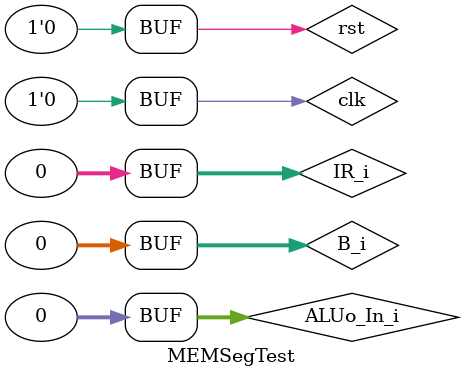
<source format=v>
`timescale 1ns / 1ps


module MEMSegTest;

	// Inputs
	reg clk;
	reg rst;
	reg [31:0] B_i;
	reg [31:0] ALUo_In_i;
	reg [31:0] IR_i;

	// Outputs
	wire [31:0] ALUo_Out;
	wire [31:0] LMD;
	wire [31:0] IR_Out;

	// Instantiate the Unit Under Test (UUT)
	MEMSeg uut (
		.clk(clk), 
		.rst(rst), 
		.B_i(B_i), 
		.ALUo_In_i(ALUo_In_i), 
		.IR_i(IR_i), 
		.ALUo_Out(ALUo_Out), 
		.LMD(LMD), 
		.IR_Out(IR_Out)
	);

	initial begin
		// Initialize Inputs
		clk = 0;
		rst = 0;
		B_i = 0;
		ALUo_In_i = 0;
		IR_i = 0;

		// Wait 100 ns for global reset to finish
		#100;
        
		// Add stimulus here

	end
      
endmodule


</source>
